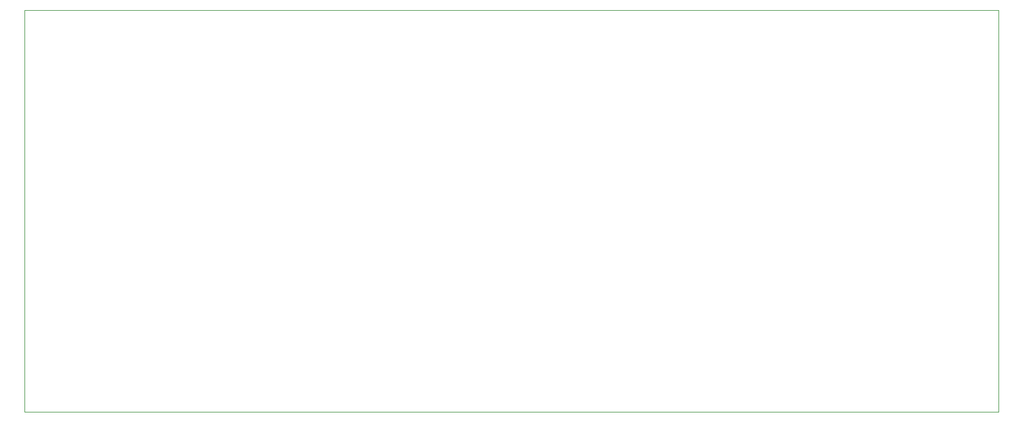
<source format=gbr>
%TF.GenerationSoftware,KiCad,Pcbnew,9.0.7*%
%TF.CreationDate,2026-01-30T19:35:37-03:00*%
%TF.ProjectId,teclado_matricial,7465636c-6164-46f5-9f6d-617472696369,rev?*%
%TF.SameCoordinates,Original*%
%TF.FileFunction,Profile,NP*%
%FSLAX46Y46*%
G04 Gerber Fmt 4.6, Leading zero omitted, Abs format (unit mm)*
G04 Created by KiCad (PCBNEW 9.0.7) date 2026-01-30 19:35:37*
%MOMM*%
%LPD*%
G01*
G04 APERTURE LIST*
%TA.AperFunction,Profile*%
%ADD10C,0.050000*%
%TD*%
G04 APERTURE END LIST*
D10*
X217500000Y-76000000D02*
X79500000Y-76000000D01*
X217500000Y-133000000D02*
X217500000Y-76000000D01*
X217500000Y-133000000D02*
X79500000Y-133000000D01*
X79500000Y-76000000D02*
X79500000Y-133000000D01*
M02*

</source>
